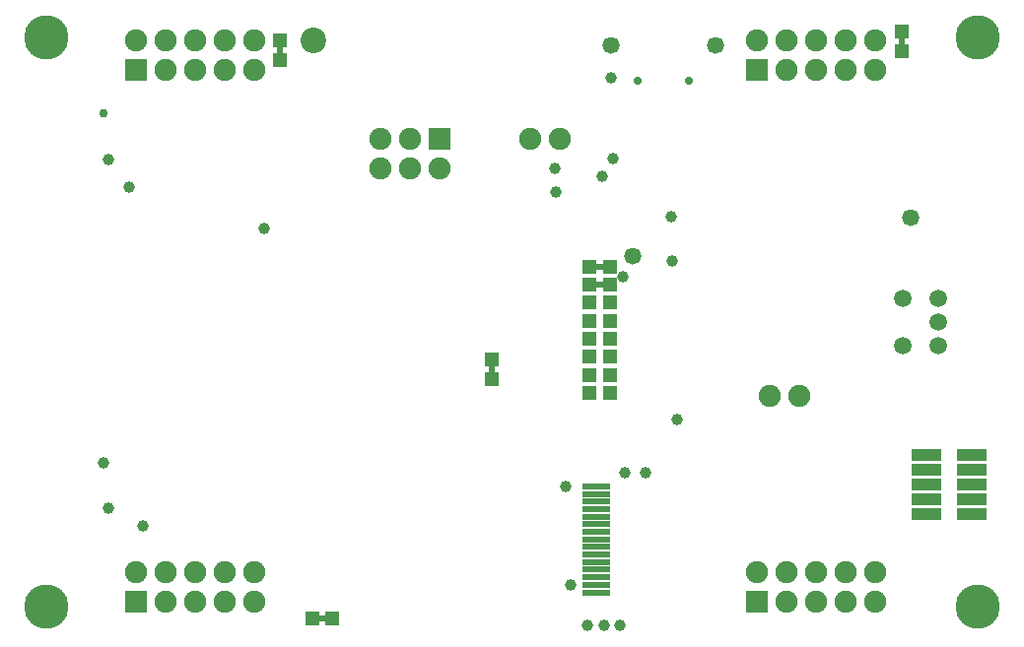
<source format=gbs>
%FSLAX43Y43*%
%MOMM*%
G71*
G01*
G75*
G04 Layer_Color=16711935*
%ADD10R,2.500X1.200*%
%ADD11R,0.800X0.650*%
%ADD12R,0.900X0.600*%
%ADD13R,1.350X1.500*%
%ADD14R,0.762X0.762*%
%ADD15R,0.700X0.700*%
%ADD16O,0.550X1.750*%
%ADD17O,1.750X0.550*%
%ADD18R,0.600X0.900*%
%ADD19R,0.650X0.800*%
%ADD20R,1.200X1.200*%
%ADD21R,1.000X2.250*%
%ADD22R,1.150X1.350*%
%ADD23R,2.000X2.500*%
%ADD24R,0.500X2.300*%
%ADD25R,1.500X3.280*%
%ADD26R,1.500X0.990*%
%ADD27R,0.950X1.750*%
%ADD28R,1.100X1.000*%
%ADD29R,1.100X0.600*%
%ADD30R,1.500X0.800*%
%ADD31R,1.300X0.600*%
%ADD32R,1.300X1.600*%
%ADD33O,0.300X1.700*%
%ADD34O,1.700X0.300*%
%ADD35R,0.800X1.000*%
%ADD36R,1.000X1.000*%
%ADD37R,0.950X1.000*%
%ADD38R,1.000X0.950*%
%ADD39O,0.700X0.250*%
%ADD40O,0.250X0.700*%
%ADD41R,1.400X3.000*%
%ADD42R,2.000X8.000*%
%ADD43C,0.175*%
%ADD44C,0.230*%
%ADD45C,0.150*%
%ADD46C,0.300*%
%ADD47C,0.200*%
%ADD48R,0.900X0.300*%
%ADD49R,1.700X1.700*%
%ADD50C,0.500*%
%ADD51C,1.700*%
%ADD52C,2.000*%
%ADD53C,3.600*%
%ADD54C,1.300*%
%ADD55C,0.550*%
%ADD56C,0.500*%
%ADD57C,1.600*%
%ADD58C,1.500*%
G04:AMPARAMS|DCode=59|XSize=2.524mm|YSize=2.524mm|CornerRadius=0mm|HoleSize=0mm|Usage=FLASHONLY|Rotation=0.000|XOffset=0mm|YOffset=0mm|HoleType=Round|Shape=Relief|Width=0.254mm|Gap=0.254mm|Entries=4|*
%AMTHD59*
7,0,0,2.524,2.016,0.254,45*
%
%ADD59THD59*%
%ADD60C,2.600*%
G04:AMPARAMS|DCode=61|XSize=4.624mm|YSize=4.624mm|CornerRadius=0mm|HoleSize=0mm|Usage=FLASHONLY|Rotation=0.000|XOffset=0mm|YOffset=0mm|HoleType=Round|Shape=Relief|Width=0.254mm|Gap=0.254mm|Entries=4|*
%AMTHD61*
7,0,0,4.624,4.116,0.254,45*
%
%ADD61THD61*%
G04:AMPARAMS|DCode=62|XSize=2.424mm|YSize=2.424mm|CornerRadius=0mm|HoleSize=0mm|Usage=FLASHONLY|Rotation=0.000|XOffset=0mm|YOffset=0mm|HoleType=Round|Shape=Relief|Width=0.254mm|Gap=0.254mm|Entries=4|*
%AMTHD62*
7,0,0,2.424,1.916,0.254,45*
%
%ADD62THD62*%
%ADD63C,0.850*%
%ADD64C,3.700*%
%ADD65R,2.400X0.800*%
%ADD66R,2.200X0.350*%
%ADD67C,1.270*%
%ADD68R,0.300X0.900*%
%ADD69C,0.800*%
%ADD70C,0.250*%
%ADD71C,0.254*%
%ADD72C,0.125*%
%ADD73C,0.640*%
%ADD74C,0.100*%
%ADD75R,1.750X1.750*%
%ADD76R,1.700X1.700*%
%ADD77R,0.900X0.510*%
%ADD78R,2.700X1.400*%
%ADD79R,1.000X0.850*%
%ADD80R,1.100X0.800*%
%ADD81R,1.550X1.700*%
%ADD82R,0.962X0.962*%
%ADD83R,0.900X0.900*%
%ADD84O,0.750X1.950*%
%ADD85O,1.950X0.750*%
%ADD86R,0.800X1.100*%
%ADD87R,0.850X1.000*%
%ADD88R,1.400X1.400*%
%ADD89R,1.200X2.450*%
%ADD90R,1.350X1.550*%
%ADD91R,2.200X2.700*%
%ADD92R,0.700X2.500*%
%ADD93R,1.700X3.480*%
%ADD94R,1.700X1.190*%
%ADD95R,1.150X1.950*%
%ADD96R,1.300X1.200*%
%ADD97R,1.300X0.800*%
%ADD98R,1.700X1.000*%
%ADD99R,1.500X0.800*%
%ADD100R,1.500X1.800*%
%ADD101O,0.500X1.900*%
%ADD102O,1.900X0.500*%
%ADD103R,1.000X1.200*%
%ADD104R,1.200X1.200*%
%ADD105R,1.150X1.200*%
%ADD106R,1.200X1.150*%
%ADD107O,0.900X0.450*%
%ADD108O,0.450X0.900*%
%ADD109R,1.600X3.200*%
%ADD110R,2.200X8.200*%
%ADD111R,1.900X1.900*%
%ADD112C,0.700*%
%ADD113C,1.900*%
%ADD114C,2.200*%
%ADD115C,3.800*%
%ADD116R,0.750X0.510*%
%ADD117R,0.800X0.510*%
%ADD118R,0.510X0.500*%
%ADD119R,0.510X0.825*%
%ADD120R,0.510X0.900*%
%ADD121R,2.600X1.000*%
%ADD122R,2.400X0.550*%
%ADD123C,1.470*%
%ADD124C,1.000*%
%ADD125C,0.750*%
D58*
X76075Y25000D02*
D03*
Y29000D02*
D03*
X79075D02*
D03*
Y25000D02*
D03*
Y27000D02*
D03*
D77*
X26200Y1495D02*
D03*
D105*
X22550Y51200D02*
D03*
Y49500D02*
D03*
X40742Y23784D02*
D03*
Y22084D02*
D03*
X76000Y50250D02*
D03*
Y51950D02*
D03*
D106*
X49175Y30200D02*
D03*
X50875D02*
D03*
X49175Y31750D02*
D03*
X50875D02*
D03*
X49175Y22450D02*
D03*
X50875D02*
D03*
X49175Y20900D02*
D03*
X50875D02*
D03*
X49175Y24000D02*
D03*
X50875D02*
D03*
X49175Y25550D02*
D03*
X50875D02*
D03*
X49175Y27100D02*
D03*
X50875D02*
D03*
X49175Y28650D02*
D03*
X50875D02*
D03*
X27050Y1500D02*
D03*
X25350D02*
D03*
D111*
X10160Y48660D02*
D03*
X63500D02*
D03*
X10160Y2940D02*
D03*
X63500D02*
D03*
X36240Y42700D02*
D03*
D112*
X57700Y47750D02*
D03*
X53300D02*
D03*
D113*
X46570Y42700D02*
D03*
X44030D02*
D03*
X20320Y48660D02*
D03*
Y51200D02*
D03*
X17780Y48660D02*
D03*
Y51200D02*
D03*
X15240Y48660D02*
D03*
Y51200D02*
D03*
X12700Y48660D02*
D03*
Y51200D02*
D03*
X10160D02*
D03*
X63500D02*
D03*
X66040D02*
D03*
Y48660D02*
D03*
X68580Y51200D02*
D03*
Y48660D02*
D03*
X71120Y51200D02*
D03*
Y48660D02*
D03*
X73660Y51200D02*
D03*
Y48660D02*
D03*
X10160Y5480D02*
D03*
X12700D02*
D03*
Y2940D02*
D03*
X15240Y5480D02*
D03*
Y2940D02*
D03*
X17780Y5480D02*
D03*
Y2940D02*
D03*
X20320Y5480D02*
D03*
Y2940D02*
D03*
X63500Y5480D02*
D03*
X66040D02*
D03*
Y2940D02*
D03*
X68580Y5480D02*
D03*
Y2940D02*
D03*
X71120Y5480D02*
D03*
Y2940D02*
D03*
X73660Y5480D02*
D03*
Y2940D02*
D03*
X67140Y20600D02*
D03*
X64600D02*
D03*
X31160Y42700D02*
D03*
Y40160D02*
D03*
X33700Y42700D02*
D03*
Y40160D02*
D03*
X36240D02*
D03*
D114*
X25400Y51200D02*
D03*
D115*
X2500Y2500D02*
D03*
Y51500D02*
D03*
X82500D02*
D03*
Y2500D02*
D03*
D116*
X50025Y30205D02*
D03*
D117*
Y31755D02*
D03*
D118*
X22555Y50350D02*
D03*
D119*
X40747Y22938D02*
D03*
D120*
X75995Y51100D02*
D03*
D121*
X78050Y14270D02*
D03*
Y13000D02*
D03*
Y11730D02*
D03*
X81950D02*
D03*
Y14270D02*
D03*
Y13000D02*
D03*
Y15540D02*
D03*
X78050D02*
D03*
Y10460D02*
D03*
X81950D02*
D03*
D122*
X49750Y12850D02*
D03*
Y12200D02*
D03*
Y11550D02*
D03*
Y10900D02*
D03*
Y10250D02*
D03*
Y9600D02*
D03*
Y8950D02*
D03*
Y8300D02*
D03*
Y7650D02*
D03*
Y7000D02*
D03*
Y6350D02*
D03*
Y5700D02*
D03*
Y5050D02*
D03*
Y4400D02*
D03*
Y3750D02*
D03*
D123*
X52900Y32700D02*
D03*
X76700Y36000D02*
D03*
X51000Y50750D02*
D03*
X59950D02*
D03*
D124*
X51772Y878D02*
D03*
X50375D02*
D03*
X48947D02*
D03*
X9600Y38575D02*
D03*
X10750Y9500D02*
D03*
X47550Y4400D02*
D03*
X52050Y30875D02*
D03*
X7850Y10950D02*
D03*
X7425Y14900D02*
D03*
X7850Y40950D02*
D03*
X51025Y47950D02*
D03*
X46136Y40200D02*
D03*
X50200Y39500D02*
D03*
X51200Y41050D02*
D03*
X46250Y38150D02*
D03*
X56200Y36025D02*
D03*
X56254Y32233D02*
D03*
X47125Y12850D02*
D03*
X52158Y14025D02*
D03*
X53934Y14050D02*
D03*
X21175Y35075D02*
D03*
X56650Y18625D02*
D03*
D125*
X7425Y44900D02*
D03*
M02*

</source>
